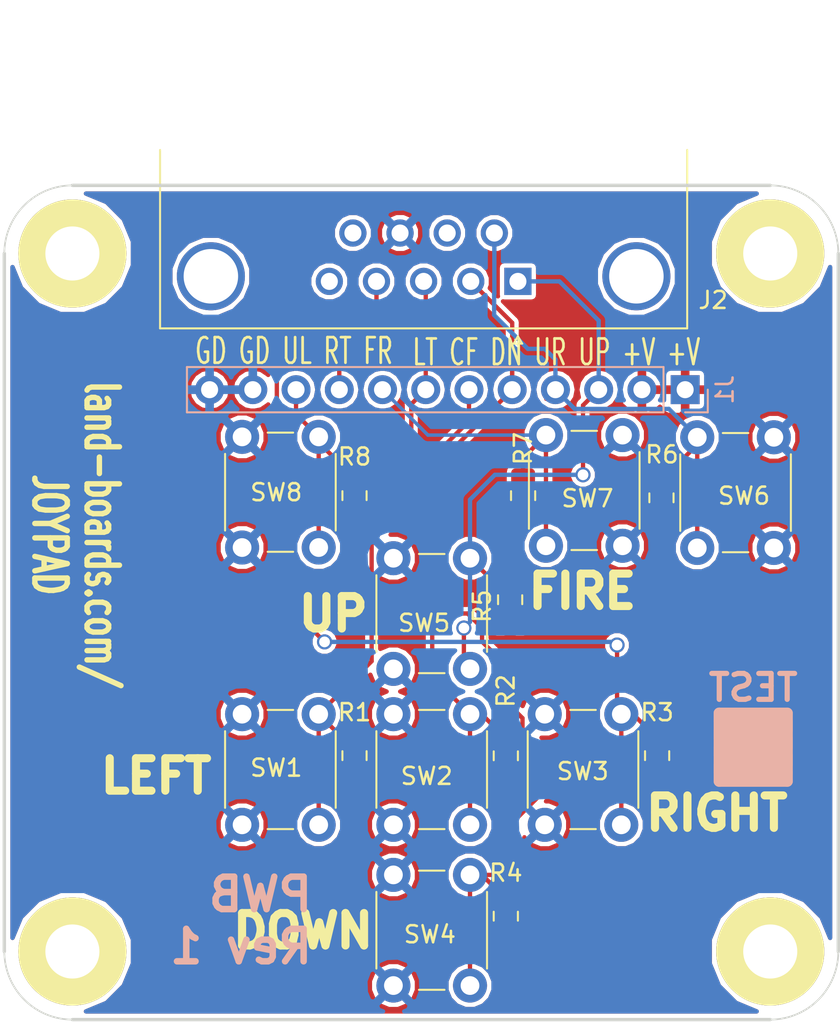
<source format=kicad_pcb>
(kicad_pcb (version 20211014) (generator pcbnew)
  (title_block (title "8-Channel Opto-Isolated Output I2C") (rev "X1") (company "land-boards.com"))
  (layers (0 "F.Cu" signal) (31 "B.Cu" signal) (36 "B.SilkS" user "B.Silkscreen") (37 "F.SilkS" user "F.Silkscreen") (38 "B.Mask" user) (39 "F.Mask" user) (44 "Edge.Cuts" user))
  (net 0 "")
  (net 1 "GND")
  (net 2 "VCC")
  (net 3 "/UP")
  (net 4 "/UR")
  (net 5 "/DN")
  (net 6 "/CF")
  (net 7 "/LT")
  (net 8 "/FR")
  (net 9 "/RT")
  (net 10 "/UL")
  (footprint "Button_Switch_THT:SW_PUSH_6mm" (layer "F.Cu") (at 45.212 14.796 -90)
    (fp_text reference "SW6" (at 3.4412 1.7526) (layer "F.SilkS"))
    (fp_text value "SW_Push")
    (fp_line (start 5.5 -1) (end 1 -1) (layer "F.SilkS") (width 0.12))
    (fp_line (start -0.25 1.5) (end -0.25 3) (layer "F.SilkS") (width 0.12))
    (fp_line (start 1 5.5) (end 5.5 5.5) (layer "F.SilkS") (width 0.12))
    (fp_line (start 6.75 3) (end 6.75 1.5) (layer "F.SilkS") (width 0.12))
    (pad "1" thru_hole circle locked (at 0 0) (size 2 2) (drill 1.1) (layers *.Cu *.Mask) (net 1 "GND"))
    (pad "1" thru_hole circle locked (at 6.5 0) (size 2 2) (drill 1.1) (layers *.Cu *.Mask) (net 1 "GND"))
    (pad "2" thru_hole circle locked (at 6.5 4.5) (size 2 2) (drill 1.1) (layers *.Cu *.Mask) (net 4 "/UR"))
    (pad "2" thru_hole circle locked (at 0 4.5) (size 2 2) (drill 1.1) (layers *.Cu *.Mask) (net 4 "/UR"))
  )
  (footprint "Resistor_SMD:R_0805_2012Metric_Pad1.15x1.40mm_HandSolder" (layer "F.Cu") (at 38.354 33.496 90)
    (fp_text reference "R3" (at 2.54 0 180) (layer "F.SilkS"))
    (fp_text value "10K")
    (fp_line (start -0.261252 -0.71) (end 0.261252 -0.71) (layer "F.SilkS") (width 0.12))
    (fp_line (start -0.261252 0.71) (end 0.261252 0.71) (layer "F.SilkS") (width 0.12))
    (pad "1" smd roundrect locked (at -1.025 0 90) (size 1.15 1.4) (layers "F.Cu" "F.Paste" "F.Mask") (roundrect_rratio 0.217391) (net 2 "VCC"))
    (pad "2" smd roundrect locked (at 1.025 0 90) (size 1.15 1.4) (layers "F.Cu" "F.Paste" "F.Mask") (roundrect_rratio 0.217391) (net 9 "/RT"))
  )
  (footprint "Resistor_SMD:R_0805_2012Metric_Pad1.15x1.40mm_HandSolder" (layer "F.Cu") (at 29.464 42.926 90)
    (fp_text reference "R4" (at 2.54 0 180) (layer "F.SilkS"))
    (fp_text value "10K")
    (fp_line (start -0.261252 -0.71) (end 0.261252 -0.71) (layer "F.SilkS") (width 0.12))
    (fp_line (start -0.261252 0.71) (end 0.261252 0.71) (layer "F.SilkS") (width 0.12))
    (pad "1" smd roundrect locked (at -1.025 0 90) (size 1.15 1.4) (layers "F.Cu" "F.Paste" "F.Mask") (roundrect_rratio 0.217391) (net 2 "VCC"))
    (pad "2" smd roundrect locked (at 1.025 0 90) (size 1.15 1.4) (layers "F.Cu" "F.Paste" "F.Mask") (roundrect_rratio 0.217391) (net 5 "/DN"))
  )
  (footprint "Resistor_SMD:R_0805_2012Metric_Pad1.15x1.40mm_HandSolder" (layer "F.Cu") (at 20.574 33.496 90)
    (fp_text reference "R1" (at 2.54 0 180) (layer "F.SilkS"))
    (fp_text value "10K")
    (fp_line (start -0.261252 -0.71) (end 0.261252 -0.71) (layer "F.SilkS") (width 0.12))
    (fp_line (start -0.261252 0.71) (end 0.261252 0.71) (layer "F.SilkS") (width 0.12))
    (pad "1" smd roundrect locked (at -1.025 0 90) (size 1.15 1.4) (layers "F.Cu" "F.Paste" "F.Mask") (roundrect_rratio 0.217391) (net 2 "VCC"))
    (pad "2" smd roundrect locked (at 1.025 0 90) (size 1.15 1.4) (layers "F.Cu" "F.Paste" "F.Mask") (roundrect_rratio 0.217391) (net 7 "/LT"))
  )
  (footprint "Resistor_SMD:R_0805_2012Metric_Pad1.15x1.40mm_HandSolder" (layer "F.Cu") (at 29.464 33.505 90)
    (fp_text reference "R2" (at 3.81 0 90) (layer "F.SilkS"))
    (fp_text value "10K")
    (fp_line (start -0.261252 -0.71) (end 0.261252 -0.71) (layer "F.SilkS") (width 0.12))
    (fp_line (start -0.261252 0.71) (end 0.261252 0.71) (layer "F.SilkS") (width 0.12))
    (pad "1" smd roundrect locked (at -1.025 0 90) (size 1.15 1.4) (layers "F.Cu" "F.Paste" "F.Mask") (roundrect_rratio 0.217391) (net 2 "VCC"))
    (pad "2" smd roundrect locked (at 1.025 0 90) (size 1.15 1.4) (layers "F.Cu" "F.Paste" "F.Mask") (roundrect_rratio 0.217391) (net 6 "/CF"))
  )
  (footprint "Resistor_SMD:R_0805_2012Metric_Pad1.15x1.40mm_HandSolder" (layer "F.Cu") (at 29.718 24.336 90)
    (fp_text reference "R5" (at -0.381 -1.65 90) (layer "F.SilkS"))
    (fp_text value "10K")
    (fp_line (start -0.261252 0.71) (end 0.261252 0.71) (layer "F.SilkS") (width 0.12))
    (fp_line (start -0.261252 -0.71) (end 0.261252 -0.71) (layer "F.SilkS") (width 0.12))
    (pad "1" smd roundrect locked (at -1.025 0 90) (size 1.15 1.4) (layers "F.Cu" "F.Paste" "F.Mask") (roundrect_rratio 0.217391) (net 2 "VCC"))
    (pad "2" smd roundrect locked (at 1.025 0 90) (size 1.15 1.4) (layers "F.Cu" "F.Paste" "F.Mask") (roundrect_rratio 0.217391) (net 3 "/UP"))
  )
  (footprint "Resistor_SMD:R_0805_2012Metric_Pad1.15x1.40mm_HandSolder" (layer "F.Cu") (at 38.608 18.352 90)
    (fp_text reference "R6" (at 2.54 0.0254 -180) (layer "F.SilkS"))
    (fp_text value "10K")
    (fp_line (start -0.261252 0.71) (end 0.261252 0.71) (layer "F.SilkS") (width 0.12))
    (fp_line (start -0.261252 -0.71) (end 0.261252 -0.71) (layer "F.SilkS") (width 0.12))
    (pad "1" smd roundrect locked (at -1.025 0 90) (size 1.15 1.4) (layers "F.Cu" "F.Paste" "F.Mask") (roundrect_rratio 0.217391) (net 2 "VCC"))
    (pad "2" smd roundrect locked (at 1.025 0 90) (size 1.15 1.4) (layers "F.Cu" "F.Paste" "F.Mask") (roundrect_rratio 0.217391) (net 4 "/UR"))
  )
  (footprint "Resistor_SMD:R_0805_2012Metric_Pad1.15x1.40mm_HandSolder" (layer "F.Cu") (at 30.48 18.224 90)
    (fp_text reference "R7" (at 2.7686 0 90) (layer "F.SilkS"))
    (fp_text value "10K")
    (fp_line (start -0.261252 -0.71) (end 0.261252 -0.71) (layer "F.SilkS") (width 0.12))
    (fp_line (start -0.261252 0.71) (end 0.261252 0.71) (layer "F.SilkS") (width 0.12))
    (pad "1" smd roundrect locked (at -1.025 0 90) (size 1.15 1.4) (layers "F.Cu" "F.Paste" "F.Mask") (roundrect_rratio 0.217391) (net 2 "VCC"))
    (pad "2" smd roundrect locked (at 1.025 0 90) (size 1.15 1.4) (layers "F.Cu" "F.Paste" "F.Mask") (roundrect_rratio 0.217391) (net 8 "/FR"))
  )
  (footprint "Resistor_SMD:R_0805_2012Metric_Pad1.15x1.40mm_HandSolder" (layer "F.Cu") (at 20.574 18.224 90)
    (fp_text reference "R8" (at 2.286 0 180) (layer "F.SilkS"))
    (fp_text value "10K")
    (fp_line (start -0.261252 0.71) (end 0.261252 0.71) (layer "F.SilkS") (width 0.12))
    (fp_line (start -0.261252 -0.71) (end 0.261252 -0.71) (layer "F.SilkS") (width 0.12))
    (pad "1" smd roundrect locked (at -1.025 0 90) (size 1.15 1.4) (layers "F.Cu" "F.Paste" "F.Mask") (roundrect_rratio 0.217391) (net 2 "VCC"))
    (pad "2" smd roundrect locked (at 1.025 0 90) (size 1.15 1.4) (layers "F.Cu" "F.Paste" "F.Mask") (roundrect_rratio 0.217391) (net 10 "/UL"))
  )
  (footprint "Button_Switch_THT:SW_PUSH_6mm" (layer "F.Cu") (at 13.97 37.56 90)
    (fp_text reference "SW1" (at 3.3462 2.0066 180) (layer "F.SilkS"))
    (fp_text value "SW_Push")
    (fp_line (start 5.5 -1) (end 1 -1) (layer "F.SilkS") (width 0.12))
    (fp_line (start 6.75 3) (end 6.75 1.5) (layer "F.SilkS") (width 0.12))
    (fp_line (start 1 5.5) (end 5.5 5.5) (layer "F.SilkS") (width 0.12))
    (fp_line (start -0.25 1.5) (end -0.25 3) (layer "F.SilkS") (width 0.12))
    (pad "1" thru_hole circle locked (at 0 0 180) (size 2 2) (drill 1.1) (layers *.Cu *.Mask) (net 1 "GND"))
    (pad "1" thru_hole circle locked (at 6.5 0 180) (size 2 2) (drill 1.1) (layers *.Cu *.Mask) (net 1 "GND"))
    (pad "2" thru_hole circle locked (at 6.5 4.5 180) (size 2 2) (drill 1.1) (layers *.Cu *.Mask) (net 7 "/LT"))
    (pad "2" thru_hole circle locked (at 0 4.5 180) (size 2 2) (drill 1.1) (layers *.Cu *.Mask) (net 7 "/LT"))
  )
  (footprint "Button_Switch_THT:SW_PUSH_6mm" (layer "F.Cu") (at 22.86 37.56 90)
    (fp_text reference "SW2" (at 2.8636 1.9558 180) (layer "F.SilkS"))
    (fp_text value "SW_Push")
    (fp_line (start -0.25 1.5) (end -0.25 3) (layer "F.SilkS") (width 0.12))
    (fp_line (start 6.75 3) (end 6.75 1.5) (layer "F.SilkS") (width 0.12))
    (fp_line (start 1 5.5) (end 5.5 5.5) (layer "F.SilkS") (width 0.12))
    (fp_line (start 5.5 -1) (end 1 -1) (layer "F.SilkS") (width 0.12))
    (pad "1" thru_hole circle locked (at 0 0 180) (size 2 2) (drill 1.1) (layers *.Cu *.Mask) (net 1 "GND"))
    (pad "1" thru_hole circle locked (at 6.5 0 180) (size 2 2) (drill 1.1) (layers *.Cu *.Mask) (net 1 "GND"))
    (pad "2" thru_hole circle locked (at 6.5 4.5 180) (size 2 2) (drill 1.1) (layers *.Cu *.Mask) (net 6 "/CF"))
    (pad "2" thru_hole circle locked (at 0 4.5 180) (size 2 2) (drill 1.1) (layers *.Cu *.Mask) (net 6 "/CF"))
  )
  (footprint "Button_Switch_THT:SW_PUSH_6mm" (layer "F.Cu") (at 31.75 37.56 90)
    (fp_text reference "SW3" (at 3.143 2.2352 180) (layer "F.SilkS"))
    (fp_text value "SW_Push")
    (fp_line (start -0.25 1.5) (end -0.25 3) (layer "F.SilkS") (width 0.12))
    (fp_line (start 5.5 -1) (end 1 -1) (layer "F.SilkS") (width 0.12))
    (fp_line (start 1 5.5) (end 5.5 5.5) (layer "F.SilkS") (width 0.12))
    (fp_line (start 6.75 3) (end 6.75 1.5) (layer "F.SilkS") (width 0.12))
    (pad "1" thru_hole circle locked (at 0 0 180) (size 2 2) (drill 1.1) (layers *.Cu *.Mask) (net 1 "GND"))
    (pad "1" thru_hole circle locked (at 6.5 0 180) (size 2 2) (drill 1.1) (layers *.Cu *.Mask) (net 1 "GND"))
    (pad "2" thru_hole circle locked (at 6.5 4.5 180) (size 2 2) (drill 1.1) (layers *.Cu *.Mask) (net 9 "/RT"))
    (pad "2" thru_hole circle locked (at 0 4.5 180) (size 2 2) (drill 1.1) (layers *.Cu *.Mask) (net 9 "/RT"))
  )
  (footprint "Button_Switch_THT:SW_PUSH_6mm" (layer "F.Cu") (at 22.86 47 90)
    (fp_text reference "SW4" (at 3 2.14 180) (layer "F.SilkS"))
    (fp_text value "SW_Push")
    (fp_line (start -0.25 1.5) (end -0.25 3) (layer "F.SilkS") (width 0.12))
    (fp_line (start 5.5 -1) (end 1 -1) (layer "F.SilkS") (width 0.12))
    (fp_line (start 6.75 3) (end 6.75 1.5) (layer "F.SilkS") (width 0.12))
    (fp_line (start 1 5.5) (end 5.5 5.5) (layer "F.SilkS") (width 0.12))
    (pad "1" thru_hole circle locked (at 6.5 0 180) (size 2 2) (drill 1.1) (layers *.Cu *.Mask) (net 1 "GND"))
    (pad "1" thru_hole circle locked (at 0 0 180) (size 2 2) (drill 1.1) (layers *.Cu *.Mask) (net 1 "GND"))
    (pad "2" thru_hole circle locked (at 0 4.5 180) (size 2 2) (drill 1.1) (layers *.Cu *.Mask) (net 5 "/DN"))
    (pad "2" thru_hole circle locked (at 6.5 4.5 180) (size 2 2) (drill 1.1) (layers *.Cu *.Mask) (net 5 "/DN"))
  )
  (footprint "Button_Switch_THT:SW_PUSH_6mm" (layer "F.Cu") (at 22.86 28.4 90)
    (fp_text reference "SW5" (at 2.6952 1.8034 180) (layer "F.SilkS"))
    (fp_text value "SW_Push")
    (fp_line (start 1 5.5) (end 5.5 5.5) (layer "F.SilkS") (width 0.12))
    (fp_line (start -0.25 1.5) (end -0.25 3) (layer "F.SilkS") (width 0.12))
    (fp_line (start 6.75 3) (end 6.75 1.5) (layer "F.SilkS") (width 0.12))
    (fp_line (start 5.5 -1) (end 1 -1) (layer "F.SilkS") (width 0.12))
    (pad "1" thru_hole circle locked (at 6.5 0 180) (size 2 2) (drill 1.1) (layers *.Cu *.Mask) (net 1 "GND"))
    (pad "1" thru_hole circle locked (at 0 0 180) (size 2 2) (drill 1.1) (layers *.Cu *.Mask) (net 1 "GND"))
    (pad "2" thru_hole circle locked (at 6.5 4.5 180) (size 2 2) (drill 1.1) (layers *.Cu *.Mask) (net 3 "/UP"))
    (pad "2" thru_hole circle locked (at 0 4.5 180) (size 2 2) (drill 1.1) (layers *.Cu *.Mask) (net 3 "/UP"))
  )
  (footprint "Button_Switch_THT:SW_PUSH_6mm" (layer "F.Cu") (at 36.322 14.668 -90)
    (fp_text reference "SW7" (at 3.7216 2.0574) (layer "F.SilkS"))
    (fp_text value "SW_Push")
    (fp_line (start 1 5.5) (end 5.5 5.5) (layer "F.SilkS") (width 0.12))
    (fp_line (start -0.25 1.5) (end -0.25 3) (layer "F.SilkS") (width 0.12))
    (fp_line (start 5.5 -1) (end 1 -1) (layer "F.SilkS") (width 0.12))
    (fp_line (start 6.75 3) (end 6.75 1.5) (layer "F.SilkS") (width 0.12))
    (pad "1" thru_hole circle locked (at 0 0) (size 2 2) (drill 1.1) (layers *.Cu *.Mask) (net 1 "GND"))
    (pad "1" thru_hole circle locked (at 6.5 0) (size 2 2) (drill 1.1) (layers *.Cu *.Mask) (net 1 "GND"))
    (pad "2" thru_hole circle locked (at 6.5 4.5) (size 2 2) (drill 1.1) (layers *.Cu *.Mask) (net 8 "/FR"))
    (pad "2" thru_hole circle locked (at 0 4.5) (size 2 2) (drill 1.1) (layers *.Cu *.Mask) (net 8 "/FR"))
  )
  (footprint "Button_Switch_THT:SW_PUSH_6mm" (layer "F.Cu") (at 13.97 21.272 90)
    (fp_text reference "SW8" (at 3.238 2.0066 180) (layer "F.SilkS"))
    (fp_text value "SW_Push")
    (fp_line (start 6.75 3) (end 6.75 1.5) (layer "F.SilkS") (width 0.12))
    (fp_line (start 1 5.5) (end 5.5 5.5) (layer "F.SilkS") (width 0.12))
    (fp_line (start 5.5 -1) (end 1 -1) (layer "F.SilkS") (width 0.12))
    (fp_line (start -0.25 1.5) (end -0.25 3) (layer "F.SilkS") (width 0.12))
    (pad "1" thru_hole circle locked (at 0 0 180) (size 2 2) (drill 1.1) (layers *.Cu *.Mask) (net 1 "GND"))
    (pad "1" thru_hole circle locked (at 6.5 0 180) (size 2 2) (drill 1.1) (layers *.Cu *.Mask) (net 1 "GND"))
    (pad "2" thru_hole circle locked (at 0 4.5 180) (size 2 2) (drill 1.1) (layers *.Cu *.Mask) (net 10 "/UL"))
    (pad "2" thru_hole circle locked (at 6.5 4.5 180) (size 2 2) (drill 1.1) (layers *.Cu *.Mask) (net 10 "/UL"))
  )
  (footprint "Connector_Dsub:DSUB-9_Male_Horizontal_P2.77x2.84mm_EdgePinOffset4.94mm_Housed_MountingHolesOffset7.48mm" (layer "F.Cu") (at 30.1752 5.6388 180)
    (fp_text reference "J2" (at -11.4688 -1.1026 180) (layer "F.SilkS"))
    (fp_text value "M09H")
    (fp_line (start 0 -3.221325) (end -0.25 -3.654338) (layer "F.SilkS") (width 0.12))
    (fp_line (start -0.25 -3.654338) (end 0.25 -3.654338) (layer "F.SilkS") (width 0.12))
    (fp_line (start -9.945 7.72) (end -9.945 -2.76) (layer "F.SilkS") (width 0.12))
    (fp_line (start -9.945 -2.76) (end 21.025 -2.76) (layer "F.SilkS") (width 0.12))
    (fp_line (start 0.25 -3.654338) (end 0 -3.221325) (layer "F.SilkS") (width 0.12))
    (fp_line (start 21.025 -2.76) (end 21.025 7.72) (layer "F.SilkS") (width 0.12))
    (pad "0" thru_hole circle locked (at -6.96 0.3 180) (size 4 4) (drill 3.2) (layers *.Cu *.Mask))
    (pad "0" thru_hole circle locked (at 18.04 0.3 180) (size 4 4) (drill 3.2) (layers *.Cu *.Mask))
    (pad "1" thru_hole rect locked (at 0 0 180) (size 1.6 1.6) (drill 1) (layers *.Cu *.Mask) (net 3 "/UP"))
    (pad "2" thru_hole circle locked (at 2.77 0 180) (size 1.6 1.6) (drill 1) (layers *.Cu *.Mask) (net 5 "/DN"))
    (pad "3" thru_hole circle locked (at 5.54 0 180) (size 1.6 1.6) (drill 1) (layers *.Cu *.Mask) (net 7 "/LT"))
    (pad "4" thru_hole circle locked (at 8.31 0 180) (size 1.6 1.6) (drill 1) (layers *.Cu *.Mask) (net 9 "/RT"))
    (pad "5" thru_hole circle locked (at 11.08 0 180) (size 1.6 1.6) (drill 1) (layers *.Cu *.Mask))
    (pad "6" thru_hole circle locked (at 1.385 2.84 180) (size 1.6 1.6) (drill 1) (layers *.Cu *.Mask) (net 4 "/UR"))
    (pad "7" thru_hole circle locked (at 4.155 2.84 180) (size 1.6 1.6) (drill 1) (layers *.Cu *.Mask))
    (pad "8" thru_hole circle locked (at 6.925 2.84 180) (size 1.6 1.6) (drill 1) (layers *.Cu *.Mask) (net 1 "GND"))
    (pad "9" thru_hole circle locked (at 9.695 2.84 180) (size 1.6 1.6) (drill 1) (layers *.Cu *.Mask))
  )
  (footprint "LandBoards_MountHoles:MTG-4-40" (layer "F.Cu") (at 4 4)
    (fp_text reference "MTG1" hide)
    (fp_text value "MTG_HOLE" hide)
    (pad "1" thru_hole circle locked (at 0 0) (size 6.35 6.35) (drill 3.175) (layers *.Cu *.Mask "F.SilkS"))
  )
  (footprint "LandBoards_MountHoles:MTG-4-40" (layer "F.Cu") (at 45 4)
    (fp_text reference "MTG2" hide)
    (fp_text value "MTG_HOLE" hide)
    (pad "1" thru_hole circle locked (at 0 0) (size 6.35 6.35) (drill 3.175) (layers *.Cu *.Mask "F.SilkS"))
  )
  (footprint "LandBoards_MountHoles:MTG-4-40" (layer "F.Cu") (at 4 45)
    (fp_text reference "MTG3" hide)
    (fp_text value "MTG_HOLE" hide)
    (pad "1" thru_hole circle locked (at 0 0) (size 6.35 6.35) (drill 3.175) (layers *.Cu *.Mask "F.SilkS"))
  )
  (footprint "LandBoards_MountHoles:MTG-4-40" (layer "F.Cu") (at 45 45)
    (fp_text reference "MTG4" hide)
    (fp_text value "MTG_HOLE" hide)
    (pad "1" thru_hole circle locked (at 0 0) (size 6.35 6.35) (drill 3.175) (layers *.Cu *.Mask "F.SilkS"))
  )
  (footprint "LandBoards_Marking:TEST_BLK-REAR" (layer "F.Cu") (at 44 33)
    (fp_text reference "TEST" (at 0 -3.5) (layer "B.SilkS") (effects (font (size 1.524 1.524) (thickness 0.3048)) (justify mirror)))
    (fp_text value "CONN_1" hide)
    (fp_line (start -2 -1) (end -2 -0.5) (layer "B.SilkS") (width 0.65))
    (fp_line (start 2 0.5) (end 2 1) (layer "B.SilkS") (width 0.65))
    (fp_line (start 2 -1) (end -2 -1) (layer "B.SilkS") (width 0.65))
    (fp_line (start 1.5 0.5) (end 2 0.5) (layer "B.SilkS") (width 0.65))
    (fp_line (start 2 1) (end -2 1) (layer "B.SilkS") (width 0.65))
    (fp_line (start 2 -1.5) (end 2 -1) (layer "B.SilkS") (width 0.65))
    (fp_line (start 2 2) (end -2 2) (layer "B.SilkS") (width 0.65))
    (fp_line (start -2 0) (end -2 0.5) (layer "B.SilkS") (width 0.65))
    (fp_line (start -2 1) (end -2 1.5) (layer "B.SilkS") (width 0.65))
    (fp_line (start -2 -2) (end 2 -2) (layer "B.SilkS") (width 0.65))
    (fp_line (start -2 -0.5) (end 2 -0.5) (layer "B.SilkS") (width 0.65))
    (fp_line (start -2 -1.5) (end 2 -1.5) (layer "B.SilkS") (width 0.65))
    (fp_line (start 2 -2) (end 2 2) (layer "B.SilkS") (width 0.65))
    (fp_line (start -2 2) (end -2 -2) (layer "B.SilkS") (width 0.65))
    (fp_line (start 2 -0.5) (end 2 0) (layer "B.SilkS") (width 0.65))
    (fp_line (start 2 0) (end -2 0) (layer "B.SilkS") (width 0.65))
    (fp_line (start -2 0.5) (end 1.5 0.5) (layer "B.SilkS") (width 0.65))
    (fp_line (start -2 1.5) (end 2 1.5) (layer "B.SilkS") (width 0.65))
    (fp_line (start -2 -2) (end -2 -1.5) (layer "B.SilkS") (width 0.65))
  )
  (footprint "Connector_PinHeader_2.54mm:PinHeader_1x12_P2.54mm_Vertical" (layer "B.Cu") (at 40 12 90)
    (fp_text reference "J1" (at 0 2.33 90) (layer "B.SilkS") (effects (justify mirror)))
    (fp_text value "Conn_01x12")
    (fp_line (start -1.33 -29.27) (end 1.33 -29.27) (layer "B.SilkS") (width 0.12))
    (fp_line (start -1.33 1.33) (end 0 1.33) (layer "B.SilkS") (width 0.12))
    (fp_line (start -1.33 0) (end -1.33 1.33) (layer "B.SilkS") (width 0.12))
    (fp_line (start -1.33 -1.27) (end 1.33 -1.27) (layer "B.SilkS") (width 0.12))
    (fp_line (start 1.33 -1.27) (end 1.33 -29.27) (layer "B.SilkS") (width 0.12))
    (fp_line (start -1.33 -1.27) (end -1.33 -29.27) (layer "B.SilkS") (width 0.12))
    (pad "1" thru_hole rect locked (at 0 0 90) (size 1.7 1.7) (drill 1) (layers *.Cu *.Mask) (net 2 "VCC"))
    (pad "2" thru_hole oval locked (at 0 -2.54 90) (size 1.7 1.7) (drill 1) (layers *.Cu *.Mask) (net 2 "VCC"))
    (pad "3" thru_hole oval locked (at 0 -5.08 90) (size 1.7 1.7) (drill 1) (layers *.Cu *.Mask) (net 3 "/UP"))
    (pad "4" thru_hole oval locked (at 0 -7.62 90) (size 1.7 1.7) (drill 1) (layers *.Cu *.Mask) (net 4 "/UR"))
    (pad "5" thru_hole oval locked (at 0 -10.16 90) (size 1.7 1.7) (drill 1) (layers *.Cu *.Mask) (net 5 "/DN"))
    (pad "6" thru_hole oval locked (at 0 -12.7 90) (size 1.7 1.7) (drill 1) (layers *.Cu *.Mask) (net 6 "/CF"))
    (pad "7" thru_hole oval locked (at 0 -15.24 90) (size 1.7 1.7) (drill 1) (layers *.Cu *.Mask) (net 7 "/LT"))
    (pad "8" thru_hole oval locked (at 0 -17.78 90) (size 1.7 1.7) (drill 1) (layers *.Cu *.Mask) (net 8 "/FR"))
    (pad "9" thru_hole oval locked (at 0 -20.32 90) (size 1.7 1.7) (drill 1) (layers *.Cu *.Mask) (net 9 "/RT"))
    (pad "10" thru_hole oval locked (at 0 -22.86 90) (size 1.7 1.7) (drill 1) (layers *.Cu *.Mask) (net 10 "/UL"))
    (pad "11" thru_hole oval locked (at 0 -25.4 90) (size 1.7 1.7) (drill 1) (layers *.Cu *.Mask) (net 1 "GND"))
    (pad "12" thru_hole oval locked (at 0 -27.94 90) (size 1.7 1.7) (drill 1) (layers *.Cu *.Mask) (net 1 "GND"))
  )
  (gr_line (start 45 49) (end 4 49) (layer "Edge.Cuts") (width 0.2))
  (gr_arc (start 49 45) (mid 47.828427 47.828427) (end 45 49) (layer "Edge.Cuts") (width 0.1))
  (gr_arc (start 0 4) (mid 1.171573 1.171573) (end 4 0) (layer "Edge.Cuts") (width 0.1))
  (gr_line (start 49 4) (end 49 45) (layer "Edge.Cuts") (width 0.2))
  (gr_line (start 4 0) (end 45 0) (layer "Edge.Cuts") (width 0.2))
  (gr_arc (start 4 49) (mid 1.171573 47.828427) (end 0 45) (layer "Edge.Cuts") (width 0.1))
  (gr_line (start 0 45) (end 0 4) (layer "Edge.Cuts") (width 0.2))
  (gr_arc (start 45 0) (mid 47.828427 1.171573) (end 49 4) (layer "Edge.Cuts") (width 0.1))
  (gr_text "PWB\nRev 1" (at 18.288 43.18) (layer "B.SilkS") (effects (font (size 1.905 1.905) (thickness 0.381)) (justify left mirror)))
  (gr_text "GD GD UL RT FR" (at 17.018 9.7282) (layer "F.SilkS") (effects (font (size 1.5 0.9271) (thickness 0.15875))))
  (gr_text "UP" (at 19.3294 25.1714) (layer "F.SilkS") (effects (font (size 1.905 1.905) (thickness 0.47625))))
  (gr_text "DOWN" (at 17.5514 43.7896) (layer "F.SilkS") (effects (font (size 1.905 1.905) (thickness 0.47625))))
  (gr_text "LEFT" (at 8.9154 34.6964) (layer "F.SilkS") (effects (font (size 1.905 1.905) (thickness 0.47625))))
  (gr_text "RIGHT" (at 41.8592 36.8808) (layer "F.SilkS") (effects (font (size 1.905 1.905) (thickness 0.47625))))
  (gr_text "FIRE" (at 33.9598 23.8506) (layer "F.SilkS") (effects (font (size 1.905 1.905) (thickness 0.47625))))
  (gr_text "land-boards.com/\nJOYPAD" (at 4.191 20.5232 270) (layer "F.SilkS") (effects (font (size 1.905 1.27) (thickness 0.3175))))
  (gr_text "LT CF DN UR UP +V +V" (at 32.4358 9.8044) (layer "F.SilkS") (effects (font (size 1.5 0.92075) (thickness 0.15875))))
  (segment (start 29.718 23.311) (end 28.771 23.311) (width 0.254) (layer "F.Cu") (net 3))
  (segment (start 34 12.92) (end 34.92 12) (width 0.254) (layer "F.Cu") (net 3))
  (segment (start 34 17) (end 34 12.92) (width 0.254) (layer "F.Cu") (net 3))
  (segment (start 27 26) (end 27 28.04) (width 0.254) (layer "F.Cu") (net 3))
  (segment (start 27 28.04) (end 27.36 28.4) (width 0.254) (layer "F.Cu") (net 3))
  (segment (start 28.771 23.311) (end 27.36 21.9) (width 0.254) (layer "F.Cu") (net 3))
  (via (at 34 17) (size 0.889) (drill 0.635) (layers "F.Cu" "B.Cu") (net 3))
  (via (at 27 26) (size 0.889) (drill 0.635) (layers "F.Cu" "B.Cu") (net 3))
  (segment (start 27.36 21.9) (end 27.36 25.64) (width 0.254) (layer "B.Cu") (net 3))
  (segment (start 32.6136 5.6388) (end 34.92 7.9452) (width 0.254) (layer "B.Cu") (net 3))
  (segment (start 27.36 25.64) (end 27 26) (width 0.254) (layer "B.Cu") (net 3))
  (segment (start 27.36 18.4616) (end 28.8216 17) (width 0.254) (layer "B.Cu") (net 3))
  (segment (start 28.8216 17) (end 34 17) (width 0.254) (layer "B.Cu") (net 3))
  (segment (start 30.1752 5.6388) (end 32.6136 5.6388) (width 0.254) (layer "B.Cu") (net 3))
  (segment (start 27.36 21.9) (end 27.36 18.4616) (width 0.254) (layer "B.Cu") (net 3))
  (segment (start 34.92 7.9452) (end 34.92 12) (width 0.254) (layer "B.Cu") (net 3))
  (segment (start 40.712 15.223) (end 40.712 14.796) (width 0.254) (layer "F.Cu") (net 4))
  (segment (start 40.712 21.296) (end 40.712 14.796) (width 0.254) (layer "F.Cu") (net 4))
  (segment (start 31.822 12.558) (end 32.38 12) (width 0.2032) (layer "F.Cu") (net 4))
  (segment (start 38.608 17.327) (end 40.712 15.223) (width 0.254) (layer "F.Cu") (net 4))
  (segment (start 31.75 9.6012) (end 32.38 10.2312) (width 0.254) (layer "B.Cu") (net 4))
  (segment (start 32.38 10.2312) (end 32.38 12) (width 0.254) (layer "B.Cu") (net 4))
  (segment (start 28.7782 6.368722) (end 28.7782 7.62) (width 0.254) (layer "B.Cu") (net 4))
  (segment (start 32.38 12) (end 33.509401 13.129401) (width 0.254) (layer "B.Cu") (net 4))
  (segment (start 28.7902 2.7988) (end 28.7902 6.356722) (width 0.254) (layer "B.Cu") (net 4))
  (segment (start 39.045401 13.129401) (end 40.712 14.796) (width 0.254) (layer "B.Cu") (net 4))
  (segment (start 33.509401 13.129401) (end 39.045401 13.129401) (width 0.254) (layer "B.Cu") (net 4))
  (segment (start 28.7902 6.356722) (end 28.7782 6.368722) (width 0.254) (layer "B.Cu") (net 4))
  (segment (start 30.7594 9.6012) (end 31.75 9.6012) (width 0.254) (layer "B.Cu") (net 4))
  (segment (start 28.7782 7.62) (end 30.7594 9.6012) (width 0.254) (layer "B.Cu") (net 4))
  (segment (start 31.5976 35.687) (end 30.0482 37.2364) (width 0.254) (layer "F.Cu") (net 5))
  (segment (start 29.464 41.901) (end 27.36 39.797) (width 0.254) (layer "F.Cu") (net 5))
  (segment (start 29.294613 39.971187) (end 29.294613 39.9796) (width 0.254) (layer "F.Cu") (net 5))
  (segment (start 30.0482 37.2364) (end 30.0482 39.2176) (width 0.254) (layer "F.Cu") (net 5))
  (segment (start 30.0482 39.2176) (end 29.294613 39.971187) (width 0.254) (layer "F.Cu") (net 5))
  (segment (start 28.063 40.5) (end 27.36 40.5) (width 0.254) (layer "F.Cu") (net 5))
  (segment (start 28.774213 40.5) (end 27.36 40.5) (width 0.254) (layer "F.Cu") (net 5))
  (segment (start 29.464 41.901) (end 28.063 40.5) (width 0.254) (layer "F.Cu") (net 5))
  (segment (start 29.0576 29.90699) (end 30.44341 31.2928) (width 0.254) (layer "F.Cu") (net 5))
  (segment (start 27.217374 25.146) (end 28.067 25.995626) (width 0.254) (layer "F.Cu") (net 5))
  (segment (start 29.84 12) (end 29.84 8.0736) (width 0.254) (layer "F.Cu") (net 5))
  (segment (start 25.8572 25.146) (end 27.217374 25.146) (width 0.254) (layer "F.Cu") (net 5))
  (segment (start 25.5778 16.2622) (end 25.5778 24.8666) (width 0.254) (layer "F.Cu") (net 5))
  (segment (start 30.44341 31.2928) (end 30.44341 32.04361) (width 0.254) (layer "F.Cu") (net 5))
  (segment (start 29.294613 39.9796) (end 28.774213 40.5) (width 0.254) (layer "F.Cu") (net 5))
  (segment (start 29.84 8.0736) (end 27.4052 5.6388) (width 0.254) (layer "F.Cu") (net 5))
  (segment (start 31.5976 33.1978) (end 31.5976 35.687) (width 0.254) (layer "F.Cu") (net 5))
  (segment (start 30.44341 32.04361) (end 31.5976 33.1978) (width 0.254) (layer "F.Cu") (net 5))
  (segment (start 29.84 10.797919) (end 29.84 12) (width 0.254) (layer "F.Cu") (net 5))
  (segment (start 25.5778 24.8666) (end 25.8572 25.146) (width 0.254) (layer "F.Cu") (net 5))
  (segment (start 29.84 12) (end 25.5778 16.2622) (width 0.254) (layer "F.Cu") (net 5))
  (segment (start 27.36 47) (end 27.36 40.5) (width 0.254) (layer "F.Cu") (net 5))
  (segment (start 28.067 25.995626) (end 28.067 26.797) (width 0.254) (layer "F.Cu") (net 5))
  (segment (start 29.0576 27.7876) (end 29.0576 29.90699) (width 0.254) (layer "F.Cu") (net 5))
  (segment (start 28.067 26.797) (end 29.0576 27.7876) (width 0.254) (layer "F.Cu") (net 5))
  (segment (start 27.36 31.06) (end 27.36 30.18875) (width 0.254) (layer "F.Cu") (net 6))
  (segment (start 28.044 31.06) (end 27.36 31.06) (width 0.254) (layer "F.Cu") (net 6))
  (segment (start 27.36 37.56) (end 27.36 31.06) (width 0.254) (layer "F.Cu") (net 6))
  (segment (start 27.3 13.84101) (end 25.14101 16) (width 0.254) (layer "F.Cu") (net 6))
  (segment (start 27.3 12) (end 27.3 13.84101) (width 0.254) (layer "F.Cu") (net 6))
  (segment (start 25.14101 28.84101) (end 27.36 31.06) (width 0.254) (layer "F.Cu") (net 6))
  (segment (start 29.464 32.48) (end 28.044 31.06) (width 0.254) (layer "F.Cu") (net 6))
  (segment (start 25.14101 16) (end 25.14101 28.84101) (width 0.254) (layer "F.Cu") (net 6))
  (segment (start 21.580599 20.913601) (end 23.910001 18.584199) (width 0.254) (layer "F.Cu") (net 7))
  (segment (start 18.47 31.06) (end 21.580599 27.949401) (width 0.254) (layer "F.Cu") (net 7))
  (segment (start 23.910001 12.849999) (end 24.76 12) (width 0.254) (layer "F.Cu") (net 7))
  (segment (start 18.47 31.06) (end 18.47 37.56) (width 0.254) (layer "F.Cu") (net 7))
  (segment (start 24.76 5.7636) (end 24.6352 5.6388) (width 0.254) (layer "F.Cu") (net 7))
  (segment (start 18.47 31.06) (end 19.881 32.471) (width 0.254) (layer "F.Cu") (net 7))
  (segment (start 23.910001 18.584199) (end 23.910001 12.849999) (width 0.254) (layer "F.Cu") (net 7))
  (segment (start 19.881 32.471) (end 20.574 32.471) (width 0.254) (layer "F.Cu") (net 7))
  (segment (start 24.76 12) (end 24.76 5.7636) (width 0.254) (layer "F.Cu") (net 7))
  (segment (start 21.580599 27.949401) (end 21.580599 20.913601) (width 0.254) (layer "F.Cu") (net 7))
  (segment (start 30.48 16.01) (end 31.822 14.668) (width 0.254) (layer "F.Cu") (net 8))
  (segment (start 30.48 17.199) (end 30.48 16.01) (width 0.254) (layer "F.Cu") (net 8))
  (segment (start 31.822 21.168) (end 31.822 14.668) (width 0.254) (layer "F.Cu") (net 8))
  (segment (start 24.888 14.668) (end 31.822 14.668) (width 0.2032) (layer "B.Cu") (net 8))
  (segment (start 22.22 12) (end 24.888 14.668) (width 0.2032) (layer "B.Cu") (net 8))
  (segment (start 16.010599 24.010599) (end 18.814046 26.814046) (width 0.254) (layer "F.Cu") (net 9))
  (segment (start 17 9) (end 16.010599 9.989401) (width 0.254) (layer "F.Cu") (net 9))
  (segment (start 21.8652 6.77017) (end 20.69 7.94537) (width 0.254) (layer "F.Cu") (net 9))
  (segment (start 36.943 31.06) (end 36.25 31.06) (width 0.254) (layer "F.Cu") (net 9))
  (segment (start 21.8652 5.6388) (end 21.8652 6.77017) (width 0.254) (layer "F.Cu") (net 9))
  (segment (start 20.69 7.94537) (end 20.69 9) (width 0.254) (layer "F.Cu") (net 9))
  (segment (start 19.68 10.01) (end 20.69 9) (width 0.2032) (layer "F.Cu") (net 9))
  (segment (start 36 30.81) (end 36.25 31.06) (width 0.254) (layer "F.Cu") (net 9))
  (segment (start 19.68 12) (end 19.68 10.01) (width 0.254) (layer "F.Cu") (net 9))
  (segment (start 36 27) (end 36 30.81) (width 0.254) (layer "F.Cu") (net 9))
  (segment (start 17 9) (end 20.69 9) (width 0.2032) (layer "F.Cu") (net 9))
  (segment (start 38.354 32.471) (end 36.943 31.06) (width 0.254) (layer "F.Cu") (net 9))
  (segment (start 36.25 37.56) (end 36.25 31.06) (width 0.254) (layer "F.Cu") (net 9))
  (segment (start 16.010599 9.989401) (end 16.010599 24.010599) (width 0.254) (layer "F.Cu") (net 9))
  (via (at 36 27) (size 0.889) (drill 0.635) (layers "F.Cu" "B.Cu") (net 9))
  (via (at 18.814046 26.814046) (size 0.889) (drill 0.635) (layers "F.Cu" "B.Cu") (net 9))
  (segment (start 35.814046 26.814046) (end 36 27) (width 0.254) (layer "B.Cu") (net 9))
  (segment (start 18.814046 26.814046) (end 35.814046 26.814046) (width 0.254) (layer "B.Cu") (net 9))
  (segment (start 20.574 17.199) (end 18.47 15.095) (width 0.254) (layer "F.Cu") (net 10))
  (segment (start 17.14 13.442) (end 18.47 14.772) (width 0.254) (layer "F.Cu") (net 10))
  (segment (start 17.14 12) (end 17.14 13.442) (width 0.254) (layer "F.Cu") (net 10))
  (segment (start 18.47 21.272) (end 18.47 14.772) (width 0.254) (layer "F.Cu") (net 10))
  (segment (start 18.47 15.095) (end 18.47 14.772) (width 0.254) (layer "F.Cu") (net 10))
  (zone (net 2) (net_name "VCC") (layer "F.Cu") (connect_pads (clearance 0.254)) (min_thickness 0.254) (fill yes (thermal_gap 0.508) (thermal_bridge_width 0.508))
    (polygon (pts (xy 3.81 0) (xy 45.212 0) (xy 49.022 3.81) (xy 49.022 45.212) (xy 44.958 49.022) (xy 4.318 49.022) (xy 0 43.942) (xy 0 3.302)))
  )
  (zone (net 1) (net_name "GND") (layer "B.Cu") (connect_pads (clearance 0.254)) (min_thickness 0.254) (fill yes (thermal_gap 0.508) (thermal_bridge_width 0.508))
    (polygon (pts (xy 3.556 0) (xy 45.212 -0.254) (xy 49.022 4.064) (xy 49.022 45.466) (xy 44.958 49.022) (xy 4.318 49.276) (xy 0 43.942) (xy -0.254 3.302)))
  )
)
</source>
